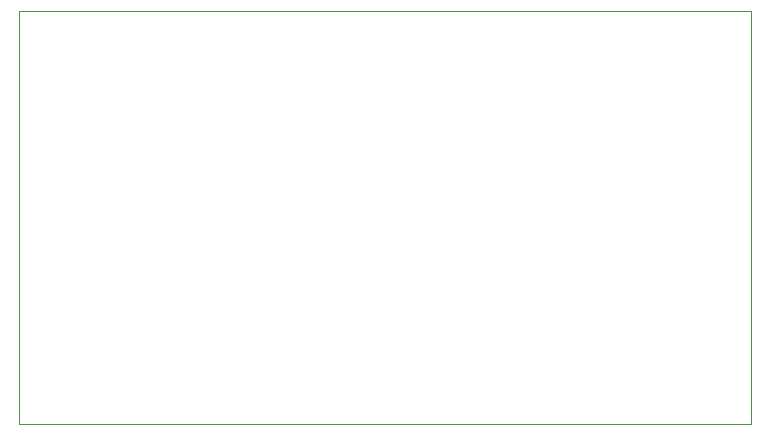
<source format=gbr>
%TF.GenerationSoftware,KiCad,Pcbnew,5.1.8-db9833491~88~ubuntu18.04.1*%
%TF.CreationDate,2020-12-20T18:34:58-05:00*%
%TF.ProjectId,PWMMotorController,50574d4d-6f74-46f7-9243-6f6e74726f6c,rev?*%
%TF.SameCoordinates,Original*%
%TF.FileFunction,Profile,NP*%
%FSLAX46Y46*%
G04 Gerber Fmt 4.6, Leading zero omitted, Abs format (unit mm)*
G04 Created by KiCad (PCBNEW 5.1.8-db9833491~88~ubuntu18.04.1) date 2020-12-20 18:34:58*
%MOMM*%
%LPD*%
G01*
G04 APERTURE LIST*
%TA.AperFunction,Profile*%
%ADD10C,0.100000*%
%TD*%
G04 APERTURE END LIST*
D10*
X174000000Y-86000000D02*
X174000000Y-121000000D01*
X112000000Y-86000000D02*
X174000000Y-86000000D01*
X112000000Y-121000000D02*
X112000000Y-86000000D01*
X174000000Y-121000000D02*
X112000000Y-121000000D01*
M02*

</source>
